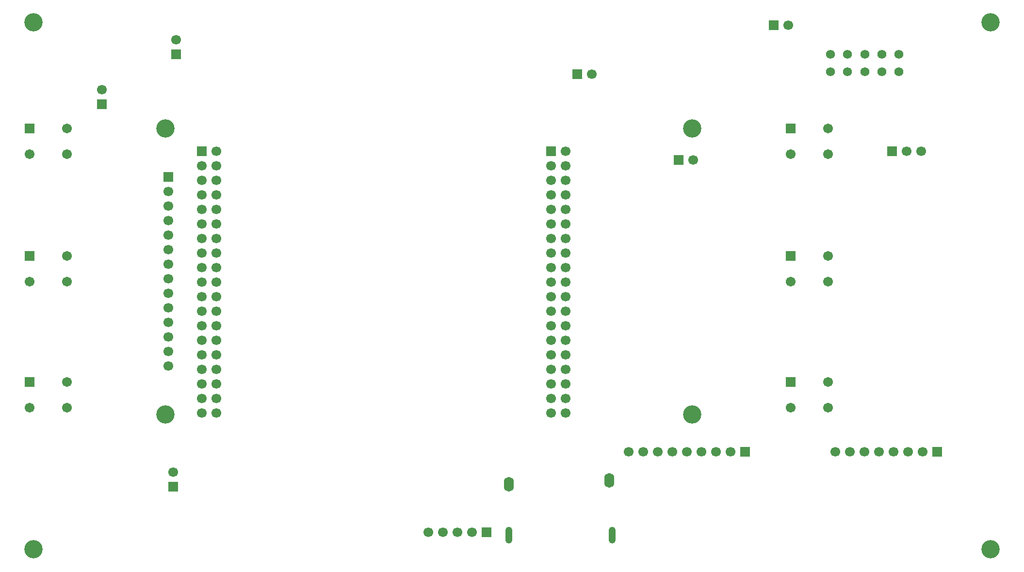
<source format=gbr>
%TF.GenerationSoftware,KiCad,Pcbnew,9.0.7*%
%TF.CreationDate,2026-02-05T18:47:22-04:00*%
%TF.ProjectId,TLS_Handheld_PCB,544c535f-4861-46e6-9468-656c645f5043,1*%
%TF.SameCoordinates,Original*%
%TF.FileFunction,Soldermask,Bot*%
%TF.FilePolarity,Negative*%
%FSLAX46Y46*%
G04 Gerber Fmt 4.6, Leading zero omitted, Abs format (unit mm)*
G04 Created by KiCad (PCBNEW 9.0.7) date 2026-02-05 18:47:22*
%MOMM*%
%LPD*%
G01*
G04 APERTURE LIST*
G04 Aperture macros list*
%AMRoundRect*
0 Rectangle with rounded corners*
0 $1 Rounding radius*
0 $2 $3 $4 $5 $6 $7 $8 $9 X,Y pos of 4 corners*
0 Add a 4 corners polygon primitive as box body*
4,1,4,$2,$3,$4,$5,$6,$7,$8,$9,$2,$3,0*
0 Add four circle primitives for the rounded corners*
1,1,$1+$1,$2,$3*
1,1,$1+$1,$4,$5*
1,1,$1+$1,$6,$7*
1,1,$1+$1,$8,$9*
0 Add four rect primitives between the rounded corners*
20,1,$1+$1,$2,$3,$4,$5,0*
20,1,$1+$1,$4,$5,$6,$7,0*
20,1,$1+$1,$6,$7,$8,$9,0*
20,1,$1+$1,$8,$9,$2,$3,0*%
G04 Aperture macros list end*
%ADD10R,1.700000X1.700000*%
%ADD11C,1.700000*%
%ADD12C,3.200000*%
%ADD13RoundRect,0.102000X-0.754000X-0.754000X0.754000X-0.754000X0.754000X0.754000X-0.754000X0.754000X0*%
%ADD14C,1.712000*%
%ADD15O,1.754000X2.554000*%
%ADD16O,1.254000X2.904000*%
%ADD17C,1.574800*%
G04 APERTURE END LIST*
D10*
%TO.C,STM_CN10*%
X163862500Y-68500000D03*
D11*
X166402500Y-68500000D03*
X163862500Y-71040000D03*
X166402500Y-71040000D03*
X163862500Y-73580000D03*
X166402500Y-73580000D03*
X163862500Y-76120000D03*
X166402500Y-76120000D03*
X163862500Y-78660000D03*
X166402500Y-78660000D03*
X163862500Y-81200000D03*
X166402500Y-81200000D03*
X163862500Y-83740000D03*
X166402500Y-83740000D03*
X163862500Y-86280000D03*
X166402500Y-86280000D03*
X163862500Y-88820000D03*
X166402500Y-88820000D03*
X163862500Y-91360000D03*
X166402500Y-91360000D03*
X163862500Y-93900000D03*
X166402500Y-93900000D03*
X163862500Y-96440000D03*
X166402500Y-96440000D03*
X163862500Y-98980000D03*
X166402500Y-98980000D03*
X163862500Y-101520000D03*
X166402500Y-101520000D03*
X163862500Y-104060000D03*
X166402500Y-104060000D03*
X163862500Y-106600000D03*
X166402500Y-106600000D03*
X163862500Y-109140000D03*
X166402500Y-109140000D03*
X163862500Y-111680000D03*
X166402500Y-111680000D03*
X163862500Y-114220000D03*
X166402500Y-114220000D03*
%TD*%
D10*
%TO.C,J1*%
X168412500Y-55000000D03*
D11*
X170952500Y-55000000D03*
%TD*%
D10*
%TO.C,+ Ref_Res -*%
X202725000Y-46500000D03*
D11*
X205265000Y-46500000D03*
%TD*%
D12*
%TO.C,REF\u002A\u002A*%
X240500000Y-46000000D03*
%TD*%
D13*
%TO.C,PB-5*%
X205662500Y-86750000D03*
D14*
X212162500Y-86750000D03*
X205662500Y-91250000D03*
X212162500Y-91250000D03*
%TD*%
D10*
%TO.C,RTD*%
X223332500Y-68500000D03*
D11*
X225872500Y-68500000D03*
X228412500Y-68500000D03*
%TD*%
D13*
%TO.C,PB-4*%
X205662500Y-64500000D03*
D14*
X212162500Y-64500000D03*
X205662500Y-69000000D03*
X212162500Y-69000000D03*
%TD*%
D10*
%TO.C,MAX31856*%
X197660000Y-121000000D03*
D11*
X195120000Y-121000000D03*
X192580000Y-121000000D03*
X190040000Y-121000000D03*
X187500000Y-121000000D03*
X184960000Y-121000000D03*
X182420000Y-121000000D03*
X179880000Y-121000000D03*
X177340000Y-121000000D03*
%TD*%
D13*
%TO.C,PB-6*%
X205662500Y-108750000D03*
D14*
X212162500Y-108750000D03*
X205662500Y-113250000D03*
X212162500Y-113250000D03*
%TD*%
D15*
%TO.C,SD_Reader*%
X156500000Y-126650000D03*
X174000000Y-126000000D03*
D16*
X156500000Y-135550000D03*
X174500000Y-135550000D03*
%TD*%
D13*
%TO.C,PB-3*%
X72837500Y-108750000D03*
D14*
X79337500Y-108750000D03*
X72837500Y-113250000D03*
X79337500Y-113250000D03*
%TD*%
D10*
%TO.C,J3*%
X85385000Y-60275000D03*
D11*
X85385000Y-57735000D03*
%TD*%
D12*
%TO.C,REF\u002A\u002A*%
X73500000Y-138000000D03*
%TD*%
D10*
%TO.C,TFT_DISPLAY_Pinout*%
X97000000Y-72960000D03*
D11*
X97000000Y-75500000D03*
X97000000Y-78040000D03*
X97000000Y-80580000D03*
X97000000Y-83120000D03*
X97000000Y-85660000D03*
X97000000Y-88200000D03*
X97000000Y-90740000D03*
X97000000Y-93280000D03*
X97000000Y-95820000D03*
X97000000Y-98360000D03*
X97000000Y-100900000D03*
X97000000Y-103440000D03*
X97000000Y-105980000D03*
%TD*%
D10*
%TO.C,MAX31865*%
X231200000Y-121000000D03*
D11*
X228660000Y-121000000D03*
X226120000Y-121000000D03*
X223580000Y-121000000D03*
X221040000Y-121000000D03*
X218500000Y-121000000D03*
X215960000Y-121000000D03*
X213420000Y-121000000D03*
%TD*%
D10*
%TO.C,J2*%
X97912500Y-127040000D03*
D11*
X97912500Y-124500000D03*
%TD*%
D13*
%TO.C,PB-1*%
X72837500Y-64500000D03*
D14*
X79337500Y-64500000D03*
X72837500Y-69000000D03*
X79337500Y-69000000D03*
%TD*%
D17*
%TO.C,Connector*%
X212572902Y-51564301D03*
X215572901Y-51564301D03*
X218572900Y-51564301D03*
X221572899Y-51564301D03*
X224572898Y-51564301D03*
X212572902Y-54564300D03*
X215572901Y-54564300D03*
X218572900Y-54564300D03*
X221572899Y-54564300D03*
X224572898Y-54564300D03*
%TD*%
D12*
%TO.C,hole*%
X96500000Y-64500000D03*
%TD*%
%TO.C,REF\u002A\u002A*%
X73500000Y-46000000D03*
%TD*%
%TO.C,hole*%
X188500000Y-114500000D03*
%TD*%
D10*
%TO.C,GPS_Pinout*%
X152580000Y-135000000D03*
D11*
X150040000Y-135000000D03*
X147500000Y-135000000D03*
X144960000Y-135000000D03*
X142420000Y-135000000D03*
%TD*%
D10*
%TO.C,Thermocouple*%
X186087500Y-70000000D03*
D11*
X188627500Y-70000000D03*
%TD*%
D13*
%TO.C,PB-2*%
X72837500Y-86750000D03*
D14*
X79337500Y-86750000D03*
X72837500Y-91250000D03*
X79337500Y-91250000D03*
%TD*%
D10*
%TO.C,J1*%
X98412500Y-51540000D03*
D11*
X98412500Y-49000000D03*
%TD*%
D12*
%TO.C,hole*%
X188500000Y-64500000D03*
%TD*%
%TO.C,hole*%
X96500000Y-114500000D03*
%TD*%
%TO.C,REF\u002A\u002A*%
X240500000Y-138000000D03*
%TD*%
D10*
%TO.C,STM_CN7*%
X102862500Y-68500000D03*
D11*
X105402500Y-68500000D03*
X102862500Y-71040000D03*
X105402500Y-71040000D03*
X102862500Y-73580000D03*
X105402500Y-73580000D03*
X102862500Y-76120000D03*
X105402500Y-76120000D03*
X102862500Y-78660000D03*
X105402500Y-78660000D03*
X102862500Y-81200000D03*
X105402500Y-81200000D03*
X102862500Y-83740000D03*
X105402500Y-83740000D03*
X102862500Y-86280000D03*
X105402500Y-86280000D03*
X102862500Y-88820000D03*
X105402500Y-88820000D03*
X102862500Y-91360000D03*
X105402500Y-91360000D03*
X102862500Y-93900000D03*
X105402500Y-93900000D03*
X102862500Y-96440000D03*
X105402500Y-96440000D03*
X102862500Y-98980000D03*
X105402500Y-98980000D03*
X102862500Y-101520000D03*
X105402500Y-101520000D03*
X102862500Y-104060000D03*
X105402500Y-104060000D03*
X102862500Y-106600000D03*
X105402500Y-106600000D03*
X102862500Y-109140000D03*
X105402500Y-109140000D03*
X102862500Y-111680000D03*
X105402500Y-111680000D03*
X102862500Y-114220000D03*
X105402500Y-114220000D03*
%TD*%
M02*

</source>
